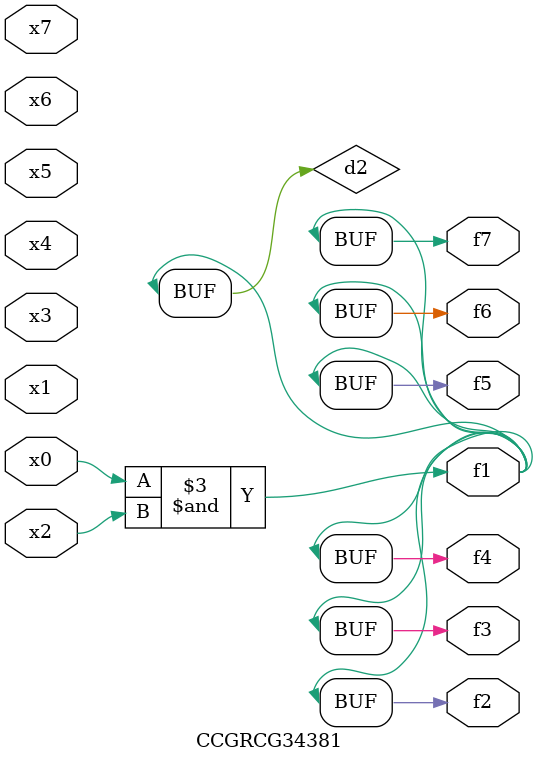
<source format=v>
module CCGRCG34381(
	input x0, x1, x2, x3, x4, x5, x6, x7,
	output f1, f2, f3, f4, f5, f6, f7
);

	wire d1, d2;

	nor (d1, x3, x6);
	and (d2, x0, x2);
	assign f1 = d2;
	assign f2 = d2;
	assign f3 = d2;
	assign f4 = d2;
	assign f5 = d2;
	assign f6 = d2;
	assign f7 = d2;
endmodule

</source>
